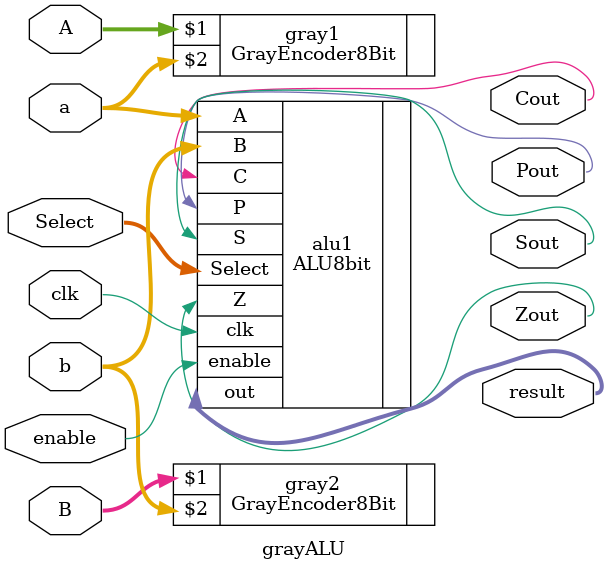
<source format=v>
`timescale 1ns / 1ps


module grayALU(
    input [7:0] A,
    input [7:0] B,
    inout [7:0] a,
    inout [7:0] b,
    input[3:0] Select,
    input clk,
    input enable,
    output [7:0] result,
    output Zout,
    output Cout ,
    output Sout,
    output Pout
);

GrayEncoder8Bit gray1(A,a);
GrayEncoder8Bit gray2(B,b);
ALU8bit alu1(  .A(a),.B(b),.Select(Select),.clk(clk),.enable(enable),.out(result),.Z(Zout),.C(Cout),.S(Sout),.P(Pout));
endmodule

</source>
